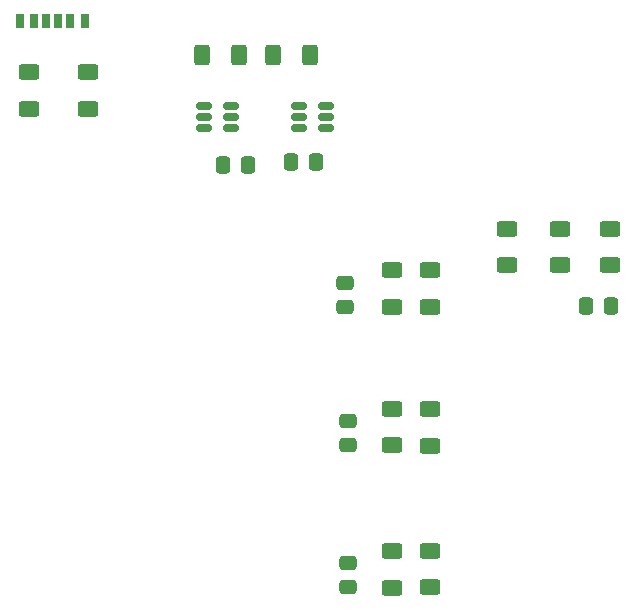
<source format=gbr>
%TF.GenerationSoftware,KiCad,Pcbnew,9.0.3*%
%TF.CreationDate,2025-10-07T23:40:21-05:00*%
%TF.ProjectId,MoistureSensor1,4d6f6973-7475-4726-9553-656e736f7231,1.0.0*%
%TF.SameCoordinates,Original*%
%TF.FileFunction,Paste,Top*%
%TF.FilePolarity,Positive*%
%FSLAX46Y46*%
G04 Gerber Fmt 4.6, Leading zero omitted, Abs format (unit mm)*
G04 Created by KiCad (PCBNEW 9.0.3) date 2025-10-07 23:40:21*
%MOMM*%
%LPD*%
G01*
G04 APERTURE LIST*
G04 Aperture macros list*
%AMRoundRect*
0 Rectangle with rounded corners*
0 $1 Rounding radius*
0 $2 $3 $4 $5 $6 $7 $8 $9 X,Y pos of 4 corners*
0 Add a 4 corners polygon primitive as box body*
4,1,4,$2,$3,$4,$5,$6,$7,$8,$9,$2,$3,0*
0 Add four circle primitives for the rounded corners*
1,1,$1+$1,$2,$3*
1,1,$1+$1,$4,$5*
1,1,$1+$1,$6,$7*
1,1,$1+$1,$8,$9*
0 Add four rect primitives between the rounded corners*
20,1,$1+$1,$2,$3,$4,$5,0*
20,1,$1+$1,$4,$5,$6,$7,0*
20,1,$1+$1,$6,$7,$8,$9,0*
20,1,$1+$1,$8,$9,$2,$3,0*%
G04 Aperture macros list end*
%ADD10RoundRect,0.250000X0.400000X0.625000X-0.400000X0.625000X-0.400000X-0.625000X0.400000X-0.625000X0*%
%ADD11RoundRect,0.250000X-0.337500X-0.475000X0.337500X-0.475000X0.337500X0.475000X-0.337500X0.475000X0*%
%ADD12RoundRect,0.150000X-0.512500X-0.150000X0.512500X-0.150000X0.512500X0.150000X-0.512500X0.150000X0*%
%ADD13RoundRect,0.250000X-0.625000X0.400000X-0.625000X-0.400000X0.625000X-0.400000X0.625000X0.400000X0*%
%ADD14RoundRect,0.250000X0.625000X-0.400000X0.625000X0.400000X-0.625000X0.400000X-0.625000X-0.400000X0*%
%ADD15RoundRect,0.250000X-0.400000X-0.625000X0.400000X-0.625000X0.400000X0.625000X-0.400000X0.625000X0*%
%ADD16RoundRect,0.250000X0.475000X-0.337500X0.475000X0.337500X-0.475000X0.337500X-0.475000X-0.337500X0*%
%ADD17R,0.700000X1.200000*%
%ADD18R,0.760000X1.200000*%
%ADD19R,0.800000X1.200000*%
G04 APERTURE END LIST*
D10*
%TO.C,R2*%
X136800000Y-80250000D03*
X133700000Y-80250000D03*
%TD*%
D11*
%TO.C,C2*%
X135212500Y-89250000D03*
X137287500Y-89250000D03*
%TD*%
D12*
%TO.C,U3*%
X135862500Y-84550000D03*
X135862500Y-85500000D03*
X135862500Y-86450000D03*
X138137500Y-86450000D03*
X138137500Y-85500000D03*
X138137500Y-84550000D03*
%TD*%
D13*
%TO.C,R4*%
X143750000Y-122237500D03*
X143750000Y-125337500D03*
%TD*%
%TO.C,R10*%
X162250000Y-94950000D03*
X162250000Y-98050000D03*
%TD*%
D14*
%TO.C,R9*%
X153500000Y-98050000D03*
X153500000Y-94950000D03*
%TD*%
D11*
%TO.C,C5*%
X160212500Y-101500000D03*
X162287500Y-101500000D03*
%TD*%
D15*
%TO.C,R1*%
X127700000Y-80250000D03*
X130800000Y-80250000D03*
%TD*%
D12*
%TO.C,U2*%
X127862500Y-84550000D03*
X127862500Y-85500000D03*
X127862500Y-86450000D03*
X130137500Y-86450000D03*
X130137500Y-85500000D03*
X130137500Y-84550000D03*
%TD*%
D16*
%TO.C,C6*%
X139750000Y-101575000D03*
X139750000Y-99500000D03*
%TD*%
D13*
%TO.C,R3*%
X147000000Y-122200000D03*
X147000000Y-125300000D03*
%TD*%
D16*
%TO.C,C8*%
X140000000Y-113287500D03*
X140000000Y-111212500D03*
%TD*%
D13*
%TO.C,R11*%
X158000000Y-94950000D03*
X158000000Y-98050000D03*
%TD*%
%TO.C,R5*%
X143750000Y-110162500D03*
X143750000Y-113262500D03*
%TD*%
D14*
%TO.C,R13*%
X113000000Y-84800000D03*
X113000000Y-81700000D03*
%TD*%
D17*
%TO.C,5v in*%
X115500000Y-77380000D03*
D18*
X113480000Y-77380000D03*
D19*
X112250000Y-77380000D03*
D17*
X114500000Y-77380000D03*
D18*
X116520000Y-77380000D03*
D19*
X117750000Y-77380000D03*
%TD*%
D16*
%TO.C,C7*%
X140000000Y-125287500D03*
X140000000Y-123212500D03*
%TD*%
D14*
%TO.C,R12*%
X118000000Y-84800000D03*
X118000000Y-81700000D03*
%TD*%
D13*
%TO.C,R6*%
X147000000Y-110200000D03*
X147000000Y-113300000D03*
%TD*%
D11*
%TO.C,C1*%
X129462500Y-89500000D03*
X131537500Y-89500000D03*
%TD*%
D13*
%TO.C,R7*%
X143750000Y-98450000D03*
X143750000Y-101550000D03*
%TD*%
%TO.C,R8*%
X147000000Y-98450000D03*
X147000000Y-101550000D03*
%TD*%
M02*

</source>
